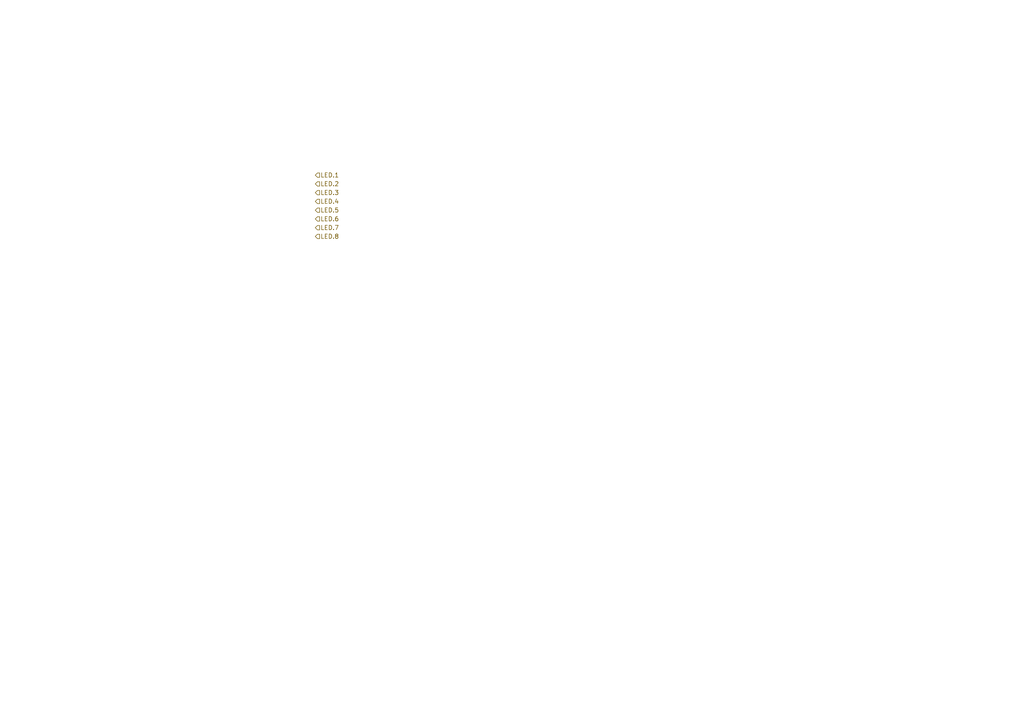
<source format=kicad_sch>
(kicad_sch (version 20220622) (generator eeschema)

  (uuid 50eec9a5-369b-4a57-8f2b-1169d77e7378)

  (paper "A4")

  (lib_symbols
  )


  (hierarchical_label "LED.3" (shape input) (at 91.44 55.88 0) (fields_autoplaced)
    (effects (font (size 1.27 1.27)) (justify left))
    (uuid 27f1542d-0d55-4f5e-950f-ff23ea40615d)
  )
  (hierarchical_label "LED.4" (shape input) (at 91.44 58.42 0) (fields_autoplaced)
    (effects (font (size 1.27 1.27)) (justify left))
    (uuid 2db62aca-3305-4e5e-827d-a6451c588ac9)
  )
  (hierarchical_label "LED.1" (shape input) (at 91.44 50.8 0) (fields_autoplaced)
    (effects (font (size 1.27 1.27)) (justify left))
    (uuid 38d536fe-91fa-4573-82cc-754bdabededf)
  )
  (hierarchical_label "LED.2" (shape input) (at 91.44 53.34 0) (fields_autoplaced)
    (effects (font (size 1.27 1.27)) (justify left))
    (uuid 7d2c8056-47a3-41ab-a13b-e4cac5b78112)
  )
  (hierarchical_label "LED.6" (shape input) (at 91.44 63.5 0) (fields_autoplaced)
    (effects (font (size 1.27 1.27)) (justify left))
    (uuid 88a0231f-cb88-4b10-af38-2870532640fb)
  )
  (hierarchical_label "LED.8" (shape input) (at 91.44 68.58 0) (fields_autoplaced)
    (effects (font (size 1.27 1.27)) (justify left))
    (uuid a7f88bcc-da9c-47c5-85b2-bfeb8940cbc3)
  )
  (hierarchical_label "LED.7" (shape input) (at 91.44 66.04 0) (fields_autoplaced)
    (effects (font (size 1.27 1.27)) (justify left))
    (uuid d7d68482-89b6-4678-88d3-464080fa6123)
  )
  (hierarchical_label "LED.5" (shape input) (at 91.44 60.96 0) (fields_autoplaced)
    (effects (font (size 1.27 1.27)) (justify left))
    (uuid e0e8ee0c-59cd-4fd5-8019-c45ed5bbbb6a)
  )
)

</source>
